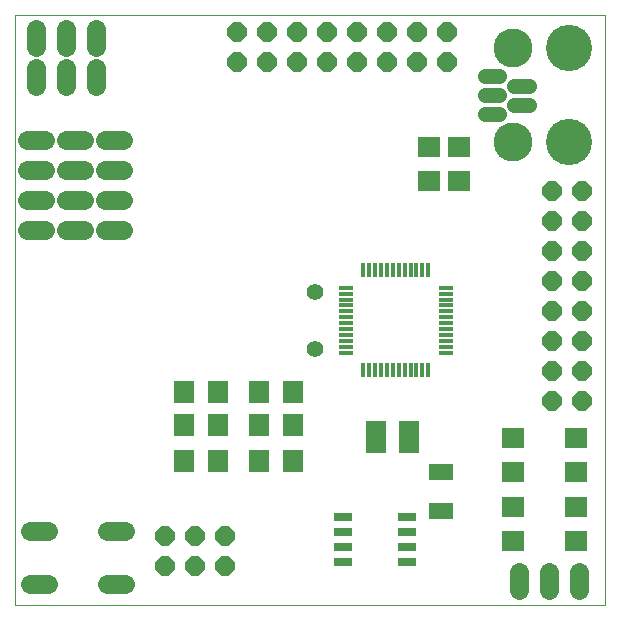
<source format=gbs>
G75*
%MOIN*%
%OFA0B0*%
%FSLAX25Y25*%
%IPPOS*%
%LPD*%
%AMOC8*
5,1,8,0,0,1.08239X$1,22.5*
%
%ADD10C,0.00000*%
%ADD11C,0.06400*%
%ADD12R,0.06699X0.11030*%
%ADD13R,0.05124X0.01581*%
%ADD14R,0.01581X0.05124*%
%ADD15OC8,0.06400*%
%ADD16R,0.05912X0.02762*%
%ADD17R,0.08400X0.05400*%
%ADD18R,0.07498X0.06699*%
%ADD19C,0.15400*%
%ADD20C,0.12998*%
%ADD21C,0.05156*%
%ADD22R,0.06699X0.07498*%
%ADD23C,0.05600*%
D10*
X0002100Y0001100D02*
X0002100Y0197950D01*
X0198950Y0197950D01*
X0198950Y0001100D01*
X0002100Y0001100D01*
D11*
X0007300Y0008200D02*
X0013300Y0008200D01*
X0013300Y0026000D02*
X0007300Y0026000D01*
X0032900Y0026000D02*
X0038900Y0026000D01*
X0038900Y0008200D02*
X0032900Y0008200D01*
X0032100Y0126100D02*
X0038100Y0126100D01*
X0038100Y0136100D02*
X0032100Y0136100D01*
X0025100Y0136100D02*
X0019100Y0136100D01*
X0012100Y0136100D02*
X0006100Y0136100D01*
X0006100Y0126100D02*
X0012100Y0126100D01*
X0019100Y0126100D02*
X0025100Y0126100D01*
X0025100Y0146100D02*
X0019100Y0146100D01*
X0012100Y0146100D02*
X0006100Y0146100D01*
X0006100Y0156100D02*
X0012100Y0156100D01*
X0019100Y0156100D02*
X0025100Y0156100D01*
X0032100Y0156100D02*
X0038100Y0156100D01*
X0038100Y0146100D02*
X0032100Y0146100D01*
X0029100Y0174100D02*
X0029100Y0180100D01*
X0029100Y0187100D02*
X0029100Y0193100D01*
X0019100Y0193100D02*
X0019100Y0187100D01*
X0019100Y0180100D02*
X0019100Y0174100D01*
X0009100Y0174100D02*
X0009100Y0180100D01*
X0009100Y0187100D02*
X0009100Y0193100D01*
X0170100Y0012100D02*
X0170100Y0006100D01*
X0180100Y0006100D02*
X0180100Y0012100D01*
X0190100Y0012100D02*
X0190100Y0006100D01*
D12*
X0133612Y0057100D03*
X0122588Y0057100D03*
D13*
X0112368Y0085273D03*
X0112368Y0087242D03*
X0112368Y0089210D03*
X0112368Y0091179D03*
X0112368Y0093147D03*
X0112368Y0095116D03*
X0112368Y0097084D03*
X0112368Y0099053D03*
X0112368Y0101021D03*
X0112368Y0102990D03*
X0112368Y0104958D03*
X0112368Y0106927D03*
X0145832Y0106927D03*
X0145832Y0104958D03*
X0145832Y0102990D03*
X0145832Y0101021D03*
X0145832Y0099053D03*
X0145832Y0097084D03*
X0145832Y0095116D03*
X0145832Y0093147D03*
X0145832Y0091179D03*
X0145832Y0089210D03*
X0145832Y0087242D03*
X0145832Y0085273D03*
D14*
X0139927Y0079368D03*
X0137958Y0079368D03*
X0135990Y0079368D03*
X0134021Y0079368D03*
X0132053Y0079368D03*
X0130084Y0079368D03*
X0128116Y0079368D03*
X0126147Y0079368D03*
X0124179Y0079368D03*
X0122210Y0079368D03*
X0120242Y0079368D03*
X0118273Y0079368D03*
X0118273Y0112832D03*
X0120242Y0112832D03*
X0122210Y0112832D03*
X0124179Y0112832D03*
X0126147Y0112832D03*
X0128116Y0112832D03*
X0130084Y0112832D03*
X0132053Y0112832D03*
X0134021Y0112832D03*
X0135990Y0112832D03*
X0137958Y0112832D03*
X0139927Y0112832D03*
D15*
X0181100Y0109100D03*
X0181100Y0099100D03*
X0181100Y0089100D03*
X0181100Y0079100D03*
X0181100Y0069100D03*
X0191100Y0069100D03*
X0191100Y0079100D03*
X0191100Y0089100D03*
X0191100Y0099100D03*
X0191100Y0109100D03*
X0191100Y0119100D03*
X0191100Y0129100D03*
X0191100Y0139100D03*
X0181100Y0139100D03*
X0181100Y0129100D03*
X0181100Y0119100D03*
X0146100Y0182100D03*
X0146100Y0192100D03*
X0136100Y0192100D03*
X0136100Y0182100D03*
X0126100Y0182100D03*
X0116100Y0182100D03*
X0116100Y0192100D03*
X0126100Y0192100D03*
X0106100Y0192100D03*
X0106100Y0182100D03*
X0096100Y0182100D03*
X0096100Y0192100D03*
X0086100Y0192100D03*
X0086100Y0182100D03*
X0076100Y0182100D03*
X0076100Y0192100D03*
X0072100Y0024100D03*
X0072100Y0014100D03*
X0062100Y0014100D03*
X0052100Y0014100D03*
X0052100Y0024100D03*
X0062100Y0024100D03*
D16*
X0111470Y0025600D03*
X0111470Y0020600D03*
X0111470Y0015600D03*
X0111470Y0030600D03*
X0132730Y0030600D03*
X0132730Y0025600D03*
X0132730Y0020600D03*
X0132730Y0015600D03*
D17*
X0144100Y0032600D03*
X0144100Y0045600D03*
D18*
X0168100Y0045502D03*
X0168100Y0056698D03*
X0189100Y0056698D03*
X0189100Y0045502D03*
X0189100Y0033698D03*
X0189100Y0022502D03*
X0168100Y0022502D03*
X0168100Y0033698D03*
X0150100Y0142502D03*
X0140100Y0142502D03*
X0140100Y0153698D03*
X0150100Y0153698D03*
D19*
X0186746Y0155352D03*
X0186746Y0186848D03*
D20*
X0168242Y0186848D03*
X0168242Y0155352D03*
D21*
X0163517Y0164801D02*
X0158761Y0164801D01*
X0158761Y0171100D02*
X0163517Y0171100D01*
X0168635Y0167950D02*
X0173391Y0167950D01*
X0173391Y0174250D02*
X0168635Y0174250D01*
X0163517Y0177399D02*
X0158761Y0177399D01*
D22*
X0094698Y0072100D03*
X0083502Y0072100D03*
X0083502Y0061100D03*
X0094698Y0061100D03*
X0094698Y0049100D03*
X0083502Y0049100D03*
X0069698Y0049100D03*
X0058502Y0049100D03*
X0058502Y0061100D03*
X0069698Y0061100D03*
X0069698Y0072100D03*
X0058502Y0072100D03*
D23*
X0102100Y0086600D03*
X0102100Y0105600D03*
M02*

</source>
